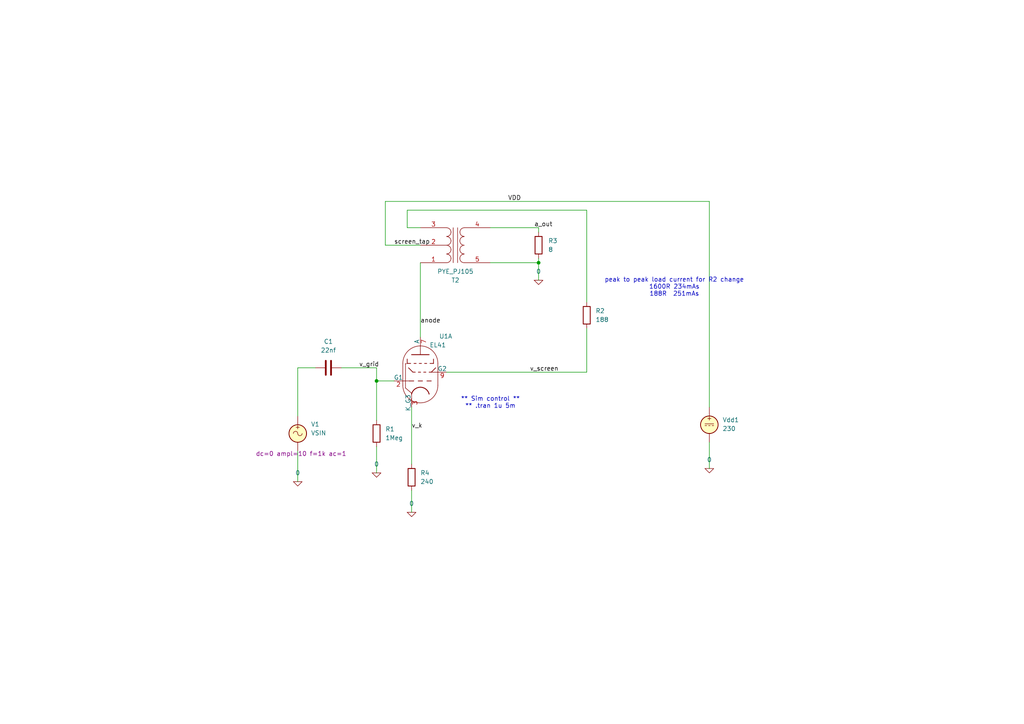
<source format=kicad_sch>
(kicad_sch (version 20231120) (generator "eeschema") (generator_version "8.0")
  (paper "A4")
  (lib_symbols
    (symbol "Device:C" (pin_numbers hide) (pin_names (offset 0.254))
      (property "Reference" "C" (at 0.635 2.54 0))
      (property "Value" "C" (at 0.635 -2.54 0))
      (symbol "C_0_1"
        (polyline (pts (xy -2.032 -0.762) (xy 2.032 -0.762)) (stroke (width 0.508)))
        (polyline (pts (xy -2.032 0.762) (xy 2.032 0.762)) (stroke (width 0.508)))
      )
      (symbol "C_1_1"
        (pin passive line (at 0 3.81 270) (length 2.794) (name "~") (number "1"))
        (pin passive line (at 0 -3.81 90) (length 2.794) (name "~") (number "2"))
      )
    )
    (symbol "Device:R" (pin_numbers hide) (pin_names (offset 0))
      (property "Reference" "R" (at 2.032 0 90))
      (property "Value" "R" (at 0 0 90))
      (symbol "R_0_1"
        (rectangle (start -1.016 -2.54) (end 1.016 2.54) (stroke (width 0.254)))
      )
      (symbol "R_1_1"
        (pin passive line (at 0 3.81 270) (length 1.27) (name "~") (number "1"))
        (pin passive line (at 0 -3.81 90) (length 1.27) (name "~") (number "2"))
      )
    )
    (symbol "Device:Transformer_SP_1S" (pin_names (offset 1.016) hide)
      (property "Reference" "T" (at 0 6.35 0))
      (property "Value" "Transformer_SP_1S" (at 0 -7.62 0))
      (symbol "Transformer_SP_1S_0_1"
        (arc (start -2.54 -5.0546) (mid -1.6599 -4.6901) (end -1.27 -3.81))
        (arc (start -2.54 -2.5146) (mid -1.6599 -2.1501) (end -1.27 -1.27))
        (arc (start -2.54 0.0254) (mid -1.6599 0.3899) (end -1.27 1.27))
        (arc (start -2.54 2.5654) (mid -1.6599 2.9299) (end -1.27 3.81))
        (arc (start -1.27 -3.81) (mid -1.642 -2.912) (end -2.54 -2.54))
        (arc (start -1.27 -1.27) (mid -1.642 -0.372) (end -2.54 0))
        (arc (start -1.27 1.27) (mid -1.642 2.168) (end -2.54 2.54))
        (arc (start -1.27 3.81) (mid -1.642 4.708) (end -2.54 5.08))
        (polyline (pts (xy -0.635 5.08) (xy -0.635 -5.08)))
        (polyline (pts (xy 0.635 -5.08) (xy 0.635 5.08)))
        (arc (start 1.2954 -1.27) (mid 1.6599 -2.1501) (end 2.54 -2.5146))
        (arc (start 1.2954 1.27) (mid 1.6599 0.3899) (end 2.54 0.0254))
        (arc (start 1.2954 3.81) (mid 1.6599 2.9299) (end 2.54 2.5654))
        (arc (start 1.3208 -3.81) (mid 1.6853 -4.6901) (end 2.5654 -5.0546))
        (arc (start 2.54 0) (mid 1.642 -0.372) (end 1.2954 -1.27))
        (arc (start 2.54 2.54) (mid 1.642 2.168) (end 1.2954 1.27))
        (arc (start 2.54 5.08) (mid 1.642 4.708) (end 1.2954 3.81))
        (arc (start 2.5654 -2.54) (mid 1.6674 -2.912) (end 1.3208 -3.81))
      )
      (symbol "Transformer_SP_1S_1_1"
        (pin passive line (at -10.16 5.08 0) (length 7.62) (name "PR1") (number "1"))
        (pin passive line (at -10.16 0 0) (length 7.62) (name "PM") (number "2"))
        (pin passive line (at -10.16 -5.08 0) (length 7.62) (name "PR2") (number "3"))
        (pin passive line (at 10.16 -5.08 180) (length 7.62) (name "S1") (number "4"))
        (pin passive line (at 10.16 5.08 180) (length 7.62) (name "S2") (number "5"))
      )
    )
    (symbol "Simulation_SPICE:0" (power) (pin_numbers hide) (pin_names (offset 0) hide)
      (property "Value" "0" (at 0 -2.54 0))
      (symbol "0_0_1"
        (polyline (pts (xy -1.27 0) (xy 0 -1.27) (xy 1.27 0) (xy -1.27 0)))
      )
      (symbol "0_1_1"
        (pin power_in line (at 0 0 0) (length 0) (name "~") (number "1"))
      )
    )
    (symbol "Simulation_SPICE:VDC" (pin_numbers hide) (pin_names (offset 0.0254))
      (property "Reference" "V" (at 2.54 2.54 0))
      (property "Value" "1" (at 2.54 0 0))
      (symbol "VDC_0_0"
        (polyline (pts (xy -1.27 0.254) (xy 1.27 0.254)))
        (polyline (pts (xy -0.762 -0.254) (xy -1.27 -0.254)))
        (polyline (pts (xy 0.254 -0.254) (xy -0.254 -0.254)))
        (polyline (pts (xy 1.27 -0.254) (xy 0.762 -0.254)))
        (text "+" (at 0 1.905 0) (effects (font (size 1.27 1.27))))
      )
      (symbol "VDC_0_1"
        (circle (center 0 0) (radius 2.54) (stroke (width 0.254)) (fill (type background)))
      )
      (symbol "VDC_1_1"
        (pin passive line (at 0 5.08 270) (length 2.54) (name "~") (number "1"))
        (pin passive line (at 0 -5.08 90) (length 2.54) (name "~") (number "2"))
      )
    )
    (symbol "Simulation_SPICE:VSIN" (pin_numbers hide) (pin_names (offset 0.0254))
      (property "Reference" "V" (at 2.54 2.54 0))
      (property "Value" "VSIN" (at 2.54 0 0))
      (property "Sim.Params" "dc=0 ampl=1 f=1k ac=1" (at 2.54 -2.54 0))
      (symbol "VSIN_0_0"
        (arc (start 0 0) (mid -0.635 0.6323) (end -1.27 0))
        (arc (start 0 0) (mid 0.635 -0.6323) (end 1.27 0))
        (text "+" (at 0 1.905 0) (effects (font (size 1.27 1.27))))
      )
      (symbol "VSIN_0_1"
        (circle (center 0 0) (radius 2.54) (stroke (width 0.254)) (fill (type background)))
      )
      (symbol "VSIN_1_1"
        (pin passive line (at 0 5.08 270) (length 2.54) (name "~") (number "1"))
        (pin passive line (at 0 -5.08 90) (length 2.54) (name "~") (number "2"))
      )
    )
    (symbol "Valve:EL84" (pin_names (offset 0))
      (property "Reference" "U" (at 2.54 10.16 0))
      (property "Value" "EL84" (at 7.62 -7.62 0))
      (symbol "EL84_0_1"
        (arc (start -5.08 -2.54) (mid 0 -7.5979) (end 5.08 -2.54))
        (polyline (pts (xy -5.08 3.81) (xy -5.08 -2.54) (xy -5.08 -2.54)))
        (polyline (pts (xy 5.08 -2.54) (xy 5.08 3.81) (xy 5.08 3.81)))
        (arc (start 5.08 3.81) (mid 0 8.8679) (end -5.08 3.81))
      )
      (symbol "EL84_1_0"
        (polyline (pts (xy -2.54 -5.08) (xy -2.54 -7.62)))
      )
      (symbol "EL84_1_1"
        (polyline (pts (xy -5.08 -1.27) (xy -3.175 -1.27)))
        (polyline (pts (xy -4.318 -3.302) (xy -4.318 3.7338)))
        (polyline (pts (xy -4.318 -3.302) (xy -2.54 -4.826)))
        (polyline (pts (xy -4.064 3.7338) (xy -4.318 3.7338)))
        (polyline (pts (xy -3.81 3.81) (xy -2.794 3.81)) (stroke (width 0.2032)))
        (polyline (pts (xy -3.81 5.08) (xy -3.81 3.81)) (stroke (width 0.2032)))
        (polyline (pts (xy -3.429 2.54) (xy -2.159 1.27)) (stroke (width 0.2032)))
        (polyline (pts (xy -2.159 1.27) (xy -1.4732 1.27)) (stroke (width 0.2032)))
        (polyline (pts (xy -1.905 -1.27) (xy -3.175 -1.27)) (stroke (width 0.2032)))
        (polyline (pts (xy -1.8542 3.81) (xy -1.2192 3.81)) (stroke (width 0.2032)))
        (polyline (pts (xy -0.635 -1.27) (xy 0.635 -1.27)) (stroke (width 0.2032)))
        (polyline (pts (xy -0.5842 1.27) (xy 0.0762 1.27)) (stroke (width 0.2032)))
        (polyline (pts (xy -0.3302 3.81) (xy 0.3302 3.81)) (stroke (width 0.2032)))
        (polyline (pts (xy 0 6.35) (xy 0 8.89)))
        (polyline (pts (xy 0.9652 1.27) (xy 1.6002 1.27)) (stroke (width 0.2032)))
        (polyline (pts (xy 1.2192 3.81) (xy 1.8542 3.81)) (stroke (width 0.2032)))
        (polyline (pts (xy 1.905 -1.27) (xy 3.175 -1.27)) (stroke (width 0.2032)))
        (polyline (pts (xy 2.54 1.27) (xy 3.175 1.27)) (stroke (width 0.2032)))
        (polyline (pts (xy 3.175 1.27) (xy 5.08 1.27)))
        (polyline (pts (xy 3.81 3.81) (xy 2.794 3.81)) (stroke (width 0.2032)))
        (polyline (pts (xy 3.81 5.08) (xy 3.81 3.81)) (stroke (width 0.2032)))
        (polyline (pts (xy 4.445 2.54) (xy 3.175 1.27)) (stroke (width 0.2032)))
        (polyline (pts (xy -2.54 6.35) (xy 2.54 6.35) (xy 2.54 6.35)) (stroke (width 0.254)))
        (arc (start 2.54 -5.08) (mid 0 -3.0968) (end -2.54 -5.08) (stroke (width 0.254)))
        (pin input line (at -7.62 -1.27 0) (length 2.54) (name "G1") (number "2"))
        (pin bidirectional line (at -2.54 -8.89 90) (length 2.54) (name "K_G3") (number "3"))
        (pin output line (at 0 11.43 270) (length 2.54) (name "A") (number "7"))
        (pin input line (at 7.62 1.27 180) (length 2.54) (name "G2") (number "9"))
      )
      (symbol "EL84_2_1"
        (polyline (pts (xy -2.54 -5.08) (xy -2.54 -6.35) (xy -2.54 -6.35)))
        (polyline (pts (xy 2.54 -6.35) (xy 2.54 -5.08) (xy 2.54 -5.08)))
        (arc (start 2.54 -5.08) (mid 0 -4.0279) (end -2.54 -5.08))
        (pin power_in line (at -2.54 -10.16 90) (length 3.81) (name "F1") (number "4"))
        (pin power_in line (at 2.54 -10.16 90) (length 3.81) (name "F2") (number "5"))
      )
    )
  )
  (junction (at 156.21 76.2))
  (junction (at 109.22 110.49))
  (wire (pts (xy 118.11 60.96) (xy 118.11 66.04)))
  (wire (pts (xy 156.21 76.2) (xy 142.24 76.2)))
  (wire (pts (xy 119.38 118.11) (xy 119.38 134.62)))
  (wire (pts (xy 205.74 128.27) (xy 205.74 135.89)))
  (wire (pts (xy 109.22 110.49) (xy 109.22 121.92)))
  (wire (pts (xy 86.36 139.7) (xy 86.36 130.81)))
  (wire (pts (xy 129.54 107.95) (xy 170.18 107.95)))
  (wire (pts (xy 99.06 106.68) (xy 109.22 106.68)))
  (wire (pts (xy 86.36 106.68) (xy 91.44 106.68)))
  (wire (pts (xy 121.92 76.2) (xy 121.92 97.79)))
  (wire (pts (xy 118.11 60.96) (xy 170.18 60.96)))
  (wire (pts (xy 170.18 60.96) (xy 170.18 87.63)))
  (wire (pts (xy 86.36 120.65) (xy 86.36 106.68)))
  (wire (pts (xy 111.76 58.42) (xy 205.74 58.42)))
  (wire (pts (xy 109.22 106.68) (xy 109.22 110.49)))
  (wire (pts (xy 121.92 71.12) (xy 111.76 71.12)))
  (wire (pts (xy 205.74 58.42) (xy 205.74 118.11)))
  (wire (pts (xy 170.18 95.25) (xy 170.18 107.95)))
  (wire (pts (xy 121.92 66.04) (xy 118.11 66.04)))
  (wire (pts (xy 119.38 142.24) (xy 119.38 148.59)))
  (wire (pts (xy 156.21 74.93) (xy 156.21 76.2)))
  (wire (pts (xy 111.76 58.42) (xy 111.76 71.12)))
  (wire (pts (xy 156.21 67.31) (xy 156.21 66.04)))
  (wire (pts (xy 156.21 66.04) (xy 142.24 66.04)))
  (wire (pts (xy 109.22 129.54) (xy 109.22 137.16)))
  (wire (pts (xy 156.21 76.2) (xy 156.21 81.28)))
  (wire (pts (xy 109.22 110.49) (xy 114.3 110.49)))
  (text "peak to peak load current for R2 change\n1600R 234mAs\n188R  251mAs" (exclude_from_sim yes) (at 195.58 83.312 0) (effects (font (size 1.27 1.27))))
  (text "** Sim control **\n** .tran 1u 5m" (at 142.24 116.84 0) (effects (font (size 1.27 1.27))))
  (label "screen_tap" (at 114.3 71.12 0))
  (label "VDD" (at 147.32 58.42 0))
  (label "v_grid" (at 104.14 106.68 0))
  (label "v_screen" (at 153.67 107.95 0))
  (label "v_k" (at 119.38 124.46 0))
  (label "anode" (at 121.92 93.98 0))
  (label "a_out" (at 154.94 66.04 0))
  (symbol (lib_id "Simulation_SPICE:0") (at 119.38 148.59 0) (unit 1)
    (property "Reference" "#GND05" (effects (hide yes)))
    (property "Value" "0" (at 119.38 146.05 0))
    (property "Datasheet" "https://ngspice.sourceforge.io/docs/ngspice-html-manual/manual.xhtml#subsec_Circuit_elements__device" (effects (hide yes)))
    (property "Description" "0V reference potential for simulation" (effects (hide yes)))
  )
  (symbol (lib_id "Device:R") (at 119.38 138.43 0) (unit 1)
    (property "Reference" "R4" (at 121.92 137.1599 0) (effects (justify left)))
    (property "Value" "240" (at 121.92 139.6999 0) (effects (justify left)))
    (property "Description" "Resistor" (effects (hide yes)))
  )
  (symbol (lib_id "Simulation_SPICE:0") (at 109.22 137.16 0) (unit 1)
    (property "Reference" "#GND06" (effects (hide yes)))
    (property "Value" "0" (at 109.22 134.62 0))
    (property "Datasheet" "https://ngspice.sourceforge.io/docs/ngspice-html-manual/manual.xhtml#subsec_Circuit_elements__device" (effects (hide yes)))
    (property "Description" "0V reference potential for simulation" (effects (hide yes)))
  )
  (symbol (lib_id "Device:C") (at 95.25 106.68 90) (unit 1)
    (property "Reference" "C1" (at 95.25 99.06 90))
    (property "Value" "22nf" (at 95.25 101.6 90))
    (property "Description" "Unpolarized capacitor" (effects (hide yes)))
  )
  (symbol (lib_id "Simulation_SPICE:0") (at 86.36 139.7 0) (unit 1)
    (property "Reference" "#GND01" (effects (hide yes)))
    (property "Value" "0" (at 86.36 137.16 0))
    (property "Datasheet" "https://ngspice.sourceforge.io/docs/ngspice-html-manual/manual.xhtml#subsec_Circuit_elements__device" (effects (hide yes)))
    (property "Description" "0V reference potential for simulation" (effects (hide yes)))
  )
  (symbol (lib_id "Device:R") (at 170.18 91.44 0) (unit 1)
    (property "Reference" "R2" (at 172.72 90.1699 0) (effects (justify left)))
    (property "Value" "188" (at 172.72 92.7099 0) (effects (justify left)))
    (property "Description" "Resistor" (effects (hide yes)))
  )
  (symbol (lib_id "Simulation_SPICE:VSIN") (at 86.36 125.73 0) (unit 1)
    (property "Reference" "V1" (at 90.17 123.0601 0) (effects (justify left)))
    (property "Value" "VSIN" (at 90.17 125.6001 0) (effects (justify left)))
    (property "Datasheet" "https://ngspice.sourceforge.io/docs/ngspice-html-manual/manual.xhtml#sec_Independent_Sources_for" (effects (hide yes)))
    (property "Description" "Voltage source, sinusoidal" (effects (hide yes)))
    (property "Sim.Pins" "1=+ 2=-" (effects (hide yes)))
    (property "Sim.Params" "dc=0 ampl=10 f=1k ac=1" (at 74.168 131.572 0) (effects (justify left)))
    (property "Sim.Type" "SIN" (effects (hide yes)))
    (property "Sim.Device" "V" (effects (hide yes)))
  )
  (symbol (lib_id "Simulation_SPICE:0") (at 205.74 135.89 0) (unit 1)
    (property "Reference" "#GND04" (effects (hide yes)))
    (property "Value" "0" (at 205.74 133.35 0))
    (property "Datasheet" "https://ngspice.sourceforge.io/docs/ngspice-html-manual/manual.xhtml#subsec_Circuit_elements__device" (effects (hide yes)))
    (property "Description" "0V reference potential for simulation" (effects (hide yes)))
  )
  (symbol (lib_id "Device:Transformer_SP_1S") (at 132.08 71.12 0) (mirror x) (unit 1)
    (property "Reference" "T2" (at 132.0927 81.28 0))
    (property "Value" "PYE_PJ105" (at 132.0927 78.74 0))
    (property "Description" "Transformer, split primary, single secondary" (effects (hide yes)))
    (property "Sim.Library" "C:\\Users\\Ken\\Documents\\Kicad_projects\\valve_sims\\library\\Output_Transformers.lib" (effects (hide yes)))
    (property "Sim.Name" "PYE_PJ105" (effects (hide yes)))
    (property "Sim.Device" "SUBCKT" (effects (hide yes)))
    (property "Sim.Pins" "1=P 2=Sg 3=B 4=Sp1 5=Sp2" (effects (hide yes)))
  )
  (symbol (lib_id "Valve:EL84") (at 121.92 109.22 0) (unit 1)
    (property "Reference" "U1" (at 129.286 97.536 0))
    (property "Value" "EL41" (at 127 100.076 0))
    (property "Footprint" "Valve:Valve_Noval_P" (effects (hide yes)))
    (property "Datasheet" "http://www.r-type.org/pdfs/el84.pdf" (effects (hide yes)))
    (property "Description" "pentode, 12W" (effects (hide yes)))
    (property "Sim.Library" "C:\\Users\\Ken\\Documents\\Kicad_projects\\valve_sims\\library\\tetrodes_pentodes.lib" (effects (hide yes)))
    (property "Sim.Name" "EL41_2" (effects (hide yes)))
    (property "Sim.Device" "SUBCKT" (effects (hide yes)))
    (property "Sim.Pins" "2=P 3=G2 7=G 9=K" (effects (hide yes)))
  )
  (symbol (lib_id "Simulation_SPICE:0") (at 156.21 81.28 0) (unit 1)
    (property "Reference" "#GND02" (effects (hide yes)))
    (property "Value" "0" (at 156.21 78.74 0))
    (property "Datasheet" "https://ngspice.sourceforge.io/docs/ngspice-html-manual/manual.xhtml#subsec_Circuit_elements__device" (effects (hide yes)))
    (property "Description" "0V reference potential for simulation" (effects (hide yes)))
  )
  (symbol (lib_id "Device:R") (at 156.21 71.12 0) (unit 1)
    (property "Reference" "R3" (at 159.004 69.85 0) (effects (justify left)))
    (property "Value" "8" (at 159.004 72.39 0) (effects (justify left)))
    (property "Description" "Resistor" (effects (hide yes)))
  )
  (symbol (lib_id "Simulation_SPICE:VDC") (at 205.74 123.19 0) (unit 1)
    (property "Reference" "Vdd1" (at 209.55 121.7901 0) (effects (justify left)))
    (property "Value" "230" (at 209.55 124.3301 0) (effects (justify left)))
    (property "Datasheet" "https://ngspice.sourceforge.io/docs/ngspice-html-manual/manual.xhtml#sec_Independent_Sources_for" (effects (hide yes)))
    (property "Description" "Voltage source, DC" (effects (hide yes)))
    (property "Sim.Pins" "1=+ 2=-" (effects (hide yes)))
    (property "Sim.Type" "DC" (effects (hide yes)))
    (property "Sim.Device" "V" (effects (hide yes)))
  )
  (symbol (lib_id "Device:R") (at 109.22 125.73 0) (unit 1)
    (property "Reference" "R1" (at 111.76 124.4599 0) (effects (justify left)))
    (property "Value" "1Meg" (at 111.76 126.9999 0) (effects (justify left)))
    (property "Description" "Resistor" (effects (hide yes)))
  )
)
</source>
